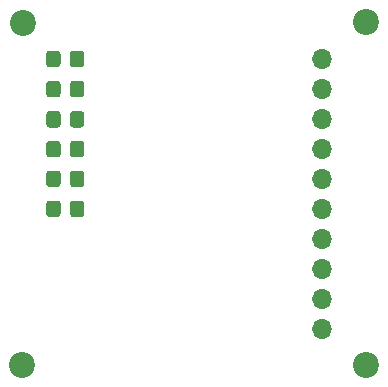
<source format=gts>
G04 #@! TF.GenerationSoftware,KiCad,Pcbnew,(5.1.10)-1*
G04 #@! TF.CreationDate,2022-08-02T17:39:56+02:00*
G04 #@! TF.ProjectId,pcb_resistive_sole,7063625f-7265-4736-9973-746976655f73,rev?*
G04 #@! TF.SameCoordinates,Original*
G04 #@! TF.FileFunction,Soldermask,Top*
G04 #@! TF.FilePolarity,Negative*
%FSLAX46Y46*%
G04 Gerber Fmt 4.6, Leading zero omitted, Abs format (unit mm)*
G04 Created by KiCad (PCBNEW (5.1.10)-1) date 2022-08-02 17:39:56*
%MOMM*%
%LPD*%
G01*
G04 APERTURE LIST*
%ADD10C,2.200000*%
%ADD11O,1.700000X1.700000*%
G04 APERTURE END LIST*
D10*
X130655000Y-80715000D03*
X130605000Y-109665000D03*
X159745000Y-109665000D03*
X159745000Y-80665000D03*
G36*
G01*
X133845000Y-96009999D02*
X133845000Y-96910001D01*
G75*
G02*
X133595001Y-97160000I-249999J0D01*
G01*
X132894999Y-97160000D01*
G75*
G02*
X132645000Y-96910001I0J249999D01*
G01*
X132645000Y-96009999D01*
G75*
G02*
X132894999Y-95760000I249999J0D01*
G01*
X133595001Y-95760000D01*
G75*
G02*
X133845000Y-96009999I0J-249999D01*
G01*
G37*
G36*
G01*
X135845000Y-96009999D02*
X135845000Y-96910001D01*
G75*
G02*
X135595001Y-97160000I-249999J0D01*
G01*
X134894999Y-97160000D01*
G75*
G02*
X134645000Y-96910001I0J249999D01*
G01*
X134645000Y-96009999D01*
G75*
G02*
X134894999Y-95760000I249999J0D01*
G01*
X135595001Y-95760000D01*
G75*
G02*
X135845000Y-96009999I0J-249999D01*
G01*
G37*
G36*
G01*
X133845000Y-93469999D02*
X133845000Y-94370001D01*
G75*
G02*
X133595001Y-94620000I-249999J0D01*
G01*
X132894999Y-94620000D01*
G75*
G02*
X132645000Y-94370001I0J249999D01*
G01*
X132645000Y-93469999D01*
G75*
G02*
X132894999Y-93220000I249999J0D01*
G01*
X133595001Y-93220000D01*
G75*
G02*
X133845000Y-93469999I0J-249999D01*
G01*
G37*
G36*
G01*
X135845000Y-93469999D02*
X135845000Y-94370001D01*
G75*
G02*
X135595001Y-94620000I-249999J0D01*
G01*
X134894999Y-94620000D01*
G75*
G02*
X134645000Y-94370001I0J249999D01*
G01*
X134645000Y-93469999D01*
G75*
G02*
X134894999Y-93220000I249999J0D01*
G01*
X135595001Y-93220000D01*
G75*
G02*
X135845000Y-93469999I0J-249999D01*
G01*
G37*
G36*
G01*
X133845000Y-90959999D02*
X133845000Y-91860001D01*
G75*
G02*
X133595001Y-92110000I-249999J0D01*
G01*
X132894999Y-92110000D01*
G75*
G02*
X132645000Y-91860001I0J249999D01*
G01*
X132645000Y-90959999D01*
G75*
G02*
X132894999Y-90710000I249999J0D01*
G01*
X133595001Y-90710000D01*
G75*
G02*
X133845000Y-90959999I0J-249999D01*
G01*
G37*
G36*
G01*
X135845000Y-90959999D02*
X135845000Y-91860001D01*
G75*
G02*
X135595001Y-92110000I-249999J0D01*
G01*
X134894999Y-92110000D01*
G75*
G02*
X134645000Y-91860001I0J249999D01*
G01*
X134645000Y-90959999D01*
G75*
G02*
X134894999Y-90710000I249999J0D01*
G01*
X135595001Y-90710000D01*
G75*
G02*
X135845000Y-90959999I0J-249999D01*
G01*
G37*
G36*
G01*
X133845000Y-88424999D02*
X133845000Y-89325001D01*
G75*
G02*
X133595001Y-89575000I-249999J0D01*
G01*
X132894999Y-89575000D01*
G75*
G02*
X132645000Y-89325001I0J249999D01*
G01*
X132645000Y-88424999D01*
G75*
G02*
X132894999Y-88175000I249999J0D01*
G01*
X133595001Y-88175000D01*
G75*
G02*
X133845000Y-88424999I0J-249999D01*
G01*
G37*
G36*
G01*
X135845000Y-88424999D02*
X135845000Y-89325001D01*
G75*
G02*
X135595001Y-89575000I-249999J0D01*
G01*
X134894999Y-89575000D01*
G75*
G02*
X134645000Y-89325001I0J249999D01*
G01*
X134645000Y-88424999D01*
G75*
G02*
X134894999Y-88175000I249999J0D01*
G01*
X135595001Y-88175000D01*
G75*
G02*
X135845000Y-88424999I0J-249999D01*
G01*
G37*
G36*
G01*
X133845000Y-85874999D02*
X133845000Y-86775001D01*
G75*
G02*
X133595001Y-87025000I-249999J0D01*
G01*
X132894999Y-87025000D01*
G75*
G02*
X132645000Y-86775001I0J249999D01*
G01*
X132645000Y-85874999D01*
G75*
G02*
X132894999Y-85625000I249999J0D01*
G01*
X133595001Y-85625000D01*
G75*
G02*
X133845000Y-85874999I0J-249999D01*
G01*
G37*
G36*
G01*
X135845000Y-85874999D02*
X135845000Y-86775001D01*
G75*
G02*
X135595001Y-87025000I-249999J0D01*
G01*
X134894999Y-87025000D01*
G75*
G02*
X134645000Y-86775001I0J249999D01*
G01*
X134645000Y-85874999D01*
G75*
G02*
X134894999Y-85625000I249999J0D01*
G01*
X135595001Y-85625000D01*
G75*
G02*
X135845000Y-85874999I0J-249999D01*
G01*
G37*
G36*
G01*
X133845000Y-83324999D02*
X133845000Y-84225001D01*
G75*
G02*
X133595001Y-84475000I-249999J0D01*
G01*
X132894999Y-84475000D01*
G75*
G02*
X132645000Y-84225001I0J249999D01*
G01*
X132645000Y-83324999D01*
G75*
G02*
X132894999Y-83075000I249999J0D01*
G01*
X133595001Y-83075000D01*
G75*
G02*
X133845000Y-83324999I0J-249999D01*
G01*
G37*
G36*
G01*
X135845000Y-83324999D02*
X135845000Y-84225001D01*
G75*
G02*
X135595001Y-84475000I-249999J0D01*
G01*
X134894999Y-84475000D01*
G75*
G02*
X134645000Y-84225001I0J249999D01*
G01*
X134645000Y-83324999D01*
G75*
G02*
X134894999Y-83075000I249999J0D01*
G01*
X135595001Y-83075000D01*
G75*
G02*
X135845000Y-83324999I0J-249999D01*
G01*
G37*
D11*
X156000000Y-83775000D03*
X156000000Y-86315000D03*
X156000000Y-88855000D03*
X156000000Y-91395000D03*
X156000000Y-93935000D03*
X156000000Y-96475000D03*
X156000000Y-99015000D03*
X156000000Y-101555000D03*
X156000000Y-104095000D03*
X156000000Y-106635000D03*
M02*

</source>
